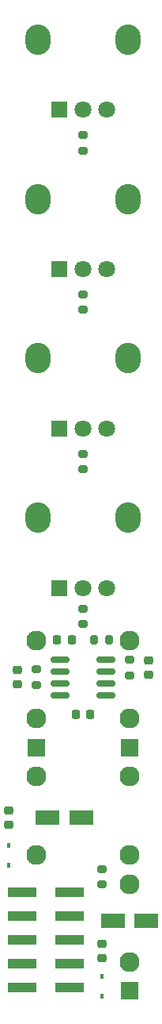
<source format=gbr>
%TF.GenerationSoftware,KiCad,Pcbnew,(6.0.9)*%
%TF.CreationDate,2023-01-29T17:11:57+01:00*%
%TF.ProjectId,witns_mxr,7769746e-735f-46d7-9872-2e6b69636164,rev?*%
%TF.SameCoordinates,Original*%
%TF.FileFunction,Soldermask,Bot*%
%TF.FilePolarity,Negative*%
%FSLAX46Y46*%
G04 Gerber Fmt 4.6, Leading zero omitted, Abs format (unit mm)*
G04 Created by KiCad (PCBNEW (6.0.9)) date 2023-01-29 17:11:57*
%MOMM*%
%LPD*%
G01*
G04 APERTURE LIST*
G04 Aperture macros list*
%AMRoundRect*
0 Rectangle with rounded corners*
0 $1 Rounding radius*
0 $2 $3 $4 $5 $6 $7 $8 $9 X,Y pos of 4 corners*
0 Add a 4 corners polygon primitive as box body*
4,1,4,$2,$3,$4,$5,$6,$7,$8,$9,$2,$3,0*
0 Add four circle primitives for the rounded corners*
1,1,$1+$1,$2,$3*
1,1,$1+$1,$4,$5*
1,1,$1+$1,$6,$7*
1,1,$1+$1,$8,$9*
0 Add four rect primitives between the rounded corners*
20,1,$1+$1,$2,$3,$4,$5,0*
20,1,$1+$1,$4,$5,$6,$7,0*
20,1,$1+$1,$6,$7,$8,$9,0*
20,1,$1+$1,$8,$9,$2,$3,0*%
G04 Aperture macros list end*
%ADD10O,2.720000X3.240000*%
%ADD11R,1.800000X1.800000*%
%ADD12C,1.800000*%
%ADD13R,1.930000X1.830000*%
%ADD14C,2.130000*%
%ADD15R,3.150000X1.000000*%
%ADD16RoundRect,0.250000X-1.050000X-0.550000X1.050000X-0.550000X1.050000X0.550000X-1.050000X0.550000X0*%
%ADD17RoundRect,0.200000X-0.275000X0.200000X-0.275000X-0.200000X0.275000X-0.200000X0.275000X0.200000X0*%
%ADD18RoundRect,0.225000X0.225000X0.250000X-0.225000X0.250000X-0.225000X-0.250000X0.225000X-0.250000X0*%
%ADD19RoundRect,0.200000X0.200000X0.275000X-0.200000X0.275000X-0.200000X-0.275000X0.200000X-0.275000X0*%
%ADD20R,0.450000X0.600000*%
%ADD21RoundRect,0.225000X0.250000X-0.225000X0.250000X0.225000X-0.250000X0.225000X-0.250000X-0.225000X0*%
%ADD22RoundRect,0.200000X0.275000X-0.200000X0.275000X0.200000X-0.275000X0.200000X-0.275000X-0.200000X0*%
%ADD23RoundRect,0.225000X-0.250000X0.225000X-0.250000X-0.225000X0.250000X-0.225000X0.250000X0.225000X0*%
%ADD24RoundRect,0.150000X0.825000X0.150000X-0.825000X0.150000X-0.825000X-0.150000X0.825000X-0.150000X0*%
G04 APERTURE END LIST*
D10*
%TO.C,RV4*%
X45200000Y-102000000D03*
X54800000Y-102000000D03*
D11*
X47500000Y-109500000D03*
D12*
X50000000Y-109500000D03*
X52500000Y-109500000D03*
%TD*%
D10*
%TO.C,RV1*%
X45200000Y-51000000D03*
X54800000Y-51000000D03*
D11*
X47500000Y-58500000D03*
D12*
X50000000Y-58500000D03*
X52500000Y-58500000D03*
%TD*%
D13*
%TO.C,J103*%
X55000000Y-126520000D03*
D14*
X55000000Y-137920000D03*
X55000000Y-129620000D03*
%TD*%
D13*
%TO.C,J102*%
X55000000Y-126520000D03*
D14*
X55000000Y-115120000D03*
X55000000Y-123420000D03*
%TD*%
D10*
%TO.C,RV2*%
X54800000Y-68000000D03*
X45200000Y-68000000D03*
D11*
X47500000Y-75500000D03*
D12*
X50000000Y-75500000D03*
X52500000Y-75500000D03*
%TD*%
D13*
%TO.C,J104*%
X45000000Y-126520000D03*
D14*
X45000000Y-137920000D03*
X45000000Y-129620000D03*
%TD*%
D13*
%TO.C,J101*%
X45000000Y-126520000D03*
D14*
X45000000Y-115120000D03*
X45000000Y-123420000D03*
%TD*%
D13*
%TO.C,J105*%
X55000000Y-152480000D03*
D14*
X55000000Y-141080000D03*
X55000000Y-149380000D03*
%TD*%
D10*
%TO.C,RV3*%
X45200000Y-85000000D03*
X54800000Y-85000000D03*
D11*
X47500000Y-92500000D03*
D12*
X50000000Y-92500000D03*
X52500000Y-92500000D03*
%TD*%
D15*
%TO.C,J106*%
X43475000Y-152080000D03*
X48525000Y-152080000D03*
X43475000Y-149540000D03*
X48525000Y-149540000D03*
X43475000Y-147000000D03*
X48525000Y-147000000D03*
X43475000Y-144460000D03*
X48525000Y-144460000D03*
X43475000Y-141920000D03*
X48525000Y-141920000D03*
%TD*%
D16*
%TO.C,C2*%
X53200000Y-145000000D03*
X56800000Y-145000000D03*
%TD*%
%TO.C,C1*%
X46200000Y-134000000D03*
X49800000Y-134000000D03*
%TD*%
D17*
%TO.C,R2*%
X50000000Y-78175000D03*
X50000000Y-79825000D03*
%TD*%
%TO.C,R1*%
X50000000Y-61175000D03*
X50000000Y-62825000D03*
%TD*%
D18*
%TO.C,C6*%
X50775000Y-123000000D03*
X49225000Y-123000000D03*
%TD*%
D19*
%TO.C,R6*%
X52825000Y-115000000D03*
X51175000Y-115000000D03*
%TD*%
D20*
%TO.C,D1*%
X42000000Y-136950000D03*
X42000000Y-139050000D03*
%TD*%
D17*
%TO.C,R3*%
X50000000Y-95175000D03*
X50000000Y-96825000D03*
%TD*%
D21*
%TO.C,C4*%
X52000000Y-148975000D03*
X52000000Y-147425000D03*
%TD*%
D22*
%TO.C,R7*%
X45000000Y-119825000D03*
X45000000Y-118175000D03*
%TD*%
D17*
%TO.C,R4*%
X50000000Y-111675000D03*
X50000000Y-113325000D03*
%TD*%
D20*
%TO.C,D2*%
X52000000Y-153050000D03*
X52000000Y-150950000D03*
%TD*%
D21*
%TO.C,C7*%
X57000000Y-118775000D03*
X57000000Y-117225000D03*
%TD*%
D23*
%TO.C,C3*%
X42000000Y-133225000D03*
X42000000Y-134775000D03*
%TD*%
D24*
%TO.C,U1*%
X52475000Y-117095000D03*
X52475000Y-118365000D03*
X52475000Y-119635000D03*
X52475000Y-120905000D03*
X47525000Y-120905000D03*
X47525000Y-119635000D03*
X47525000Y-118365000D03*
X47525000Y-117095000D03*
%TD*%
D21*
%TO.C,C8*%
X43000000Y-119775000D03*
X43000000Y-118225000D03*
%TD*%
D18*
%TO.C,C5*%
X48775000Y-115000000D03*
X47225000Y-115000000D03*
%TD*%
D17*
%TO.C,R8*%
X52000000Y-139475000D03*
X52000000Y-141125000D03*
%TD*%
D22*
%TO.C,R5*%
X55000000Y-118825000D03*
X55000000Y-117175000D03*
%TD*%
M02*

</source>
